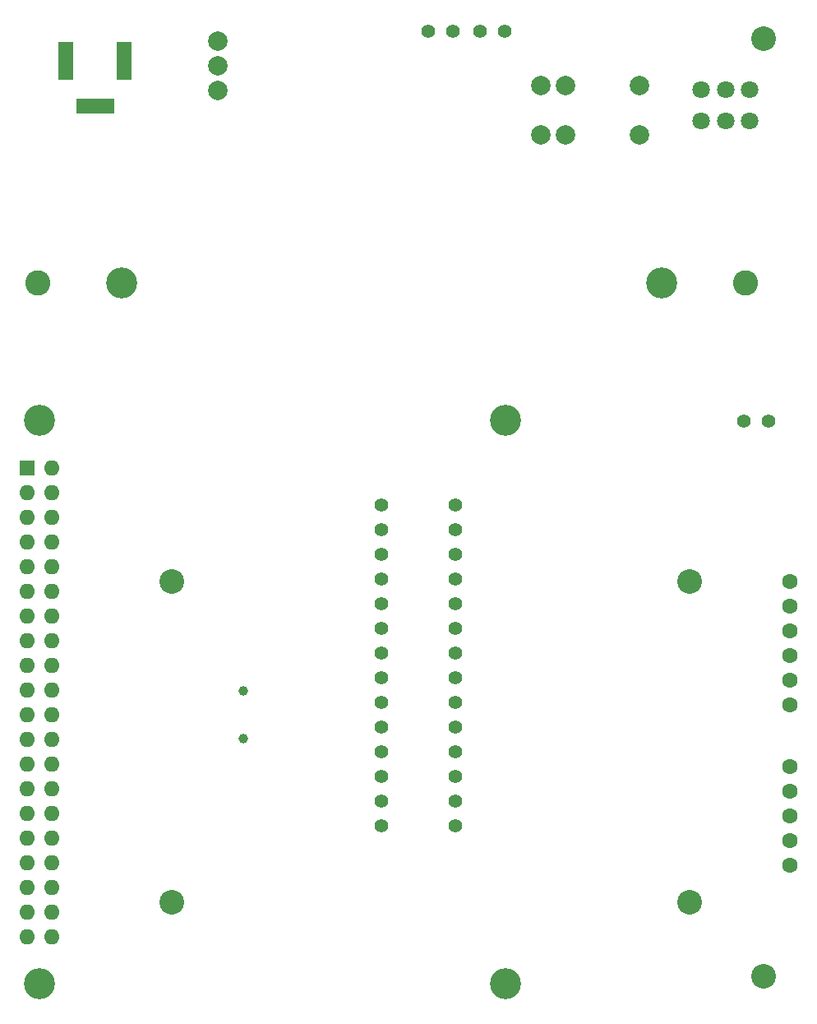
<source format=gbs>
%TF.GenerationSoftware,KiCad,Pcbnew,7.0.2-0*%
%TF.CreationDate,2023-08-30T19:58:31-04:00*%
%TF.ProjectId,Pedometer_Prototype_1,5065646f-6d65-4746-9572-5f50726f746f,rev?*%
%TF.SameCoordinates,Original*%
%TF.FileFunction,Soldermask,Bot*%
%TF.FilePolarity,Negative*%
%FSLAX46Y46*%
G04 Gerber Fmt 4.6, Leading zero omitted, Abs format (unit mm)*
G04 Created by KiCad (PCBNEW 7.0.2-0) date 2023-08-30 19:58:31*
%MOMM*%
%LPD*%
G01*
G04 APERTURE LIST*
%ADD10C,1.400000*%
%ADD11C,1.000000*%
%ADD12C,2.540000*%
%ADD13C,2.600000*%
%ADD14C,3.200000*%
%ADD15C,1.600000*%
%ADD16R,1.500000X4.000000*%
%ADD17R,4.000000X1.500000*%
%ADD18C,2.000000*%
%ADD19R,1.600000X1.600000*%
%ADD20O,1.600000X1.600000*%
%ADD21C,1.800000*%
G04 APERTURE END LIST*
D10*
%TO.C,D2*%
X110236000Y-19558000D03*
X112776000Y-19558000D03*
%TD*%
%TO.C,D1*%
X115570000Y-19558000D03*
X118110000Y-19558000D03*
%TD*%
%TO.C,D4*%
X142748000Y-59690000D03*
X145288000Y-59690000D03*
%TD*%
%TO.C,U1*%
X113030000Y-68326000D03*
X113030000Y-70866000D03*
X113030000Y-73406000D03*
X113030000Y-75946000D03*
X113030000Y-78486000D03*
X113030000Y-81026000D03*
X113030000Y-83566000D03*
X113030000Y-86106000D03*
X113030000Y-88646000D03*
X113030000Y-91186000D03*
X113030000Y-93726000D03*
X113030000Y-96266000D03*
X113030000Y-98806000D03*
X113030000Y-101346000D03*
X105410000Y-101346000D03*
X105410000Y-98806000D03*
X105410000Y-96266000D03*
X105410000Y-93726000D03*
X105410000Y-91186000D03*
X105410000Y-88646000D03*
X105410000Y-86106000D03*
X105410000Y-83566000D03*
X105410000Y-81026000D03*
X105410000Y-78486000D03*
X105410000Y-75946000D03*
X105410000Y-73406000D03*
X105410000Y-70866000D03*
X105410000Y-68326000D03*
%TD*%
D11*
%TO.C,X1*%
X91186000Y-87476000D03*
X91186000Y-92356000D03*
%TD*%
D12*
%TO.C,REF\u002A\u002A*%
X144780000Y-116840000D03*
%TD*%
%TO.C,REF\u002A\u002A*%
X137160000Y-109220000D03*
%TD*%
%TO.C,REF\u002A\u002A*%
X83820000Y-76200000D03*
%TD*%
D13*
%TO.C,B1*%
X142876000Y-45466000D03*
X69976000Y-45466000D03*
D14*
X134231000Y-45466000D03*
X78621000Y-45466000D03*
%TD*%
D12*
%TO.C,REF\u002A\u002A*%
X144780000Y-20320000D03*
%TD*%
%TO.C,REF\u002A\u002A*%
X137160000Y-76200000D03*
%TD*%
D15*
%TO.C,J3*%
X147472400Y-76200000D03*
X147472400Y-78740000D03*
X147472400Y-81280000D03*
X147472400Y-83820000D03*
X147472400Y-86360000D03*
X147472400Y-88900000D03*
%TD*%
%TO.C,J2*%
X147472400Y-105410000D03*
X147472400Y-102870000D03*
X147472400Y-100330000D03*
X147472400Y-97790000D03*
X147472400Y-95250000D03*
%TD*%
D16*
%TO.C,J4*%
X78898000Y-22606000D03*
X72898000Y-22606000D03*
D17*
X75898000Y-27306000D03*
%TD*%
D18*
%TO.C,PS1*%
X88519000Y-20574000D03*
X88519000Y-23114000D03*
X88519000Y-25654000D03*
%TD*%
%TO.C,K1*%
X121794000Y-25146000D03*
X124334000Y-25146000D03*
X131954000Y-25146000D03*
X131954000Y-30226000D03*
X124334000Y-30226000D03*
X121794000Y-30226000D03*
%TD*%
D14*
%TO.C,J1*%
X70176000Y-59663000D03*
X70176000Y-117663000D03*
X118176000Y-59663000D03*
X118176000Y-117663000D03*
D19*
X68906000Y-64533000D03*
D20*
X71446000Y-64533000D03*
X68906000Y-67073000D03*
X71446000Y-67073000D03*
X68906000Y-69613000D03*
X71446000Y-69613000D03*
X68906000Y-72153000D03*
X71446000Y-72153000D03*
X68906000Y-74693000D03*
X71446000Y-74693000D03*
X68906000Y-77233000D03*
X71446000Y-77233000D03*
X68906000Y-79773000D03*
X71446000Y-79773000D03*
X68906000Y-82313000D03*
X71446000Y-82313000D03*
X68906000Y-84853000D03*
X71446000Y-84853000D03*
X68906000Y-87393000D03*
X71446000Y-87393000D03*
X68906000Y-89933000D03*
X71446000Y-89933000D03*
X68906000Y-92473000D03*
X71446000Y-92473000D03*
X68906000Y-95013000D03*
X71446000Y-95013000D03*
X68906000Y-97553000D03*
X71446000Y-97553000D03*
X68906000Y-100093000D03*
X71446000Y-100093000D03*
X68906000Y-102633000D03*
X71446000Y-102633000D03*
X68906000Y-105173000D03*
X71446000Y-105173000D03*
X68906000Y-107713000D03*
X71446000Y-107713000D03*
X68906000Y-110253000D03*
X71446000Y-110253000D03*
X68906000Y-112793000D03*
X71446000Y-112793000D03*
%TD*%
D21*
%TO.C,SW1*%
X143344000Y-28803000D03*
X140844000Y-28803000D03*
X138344000Y-28803000D03*
X143344000Y-25553000D03*
X140844000Y-25553000D03*
X138344000Y-25553000D03*
%TD*%
D12*
%TO.C,REF\u002A\u002A*%
X83820000Y-109220000D03*
%TD*%
M02*

</source>
